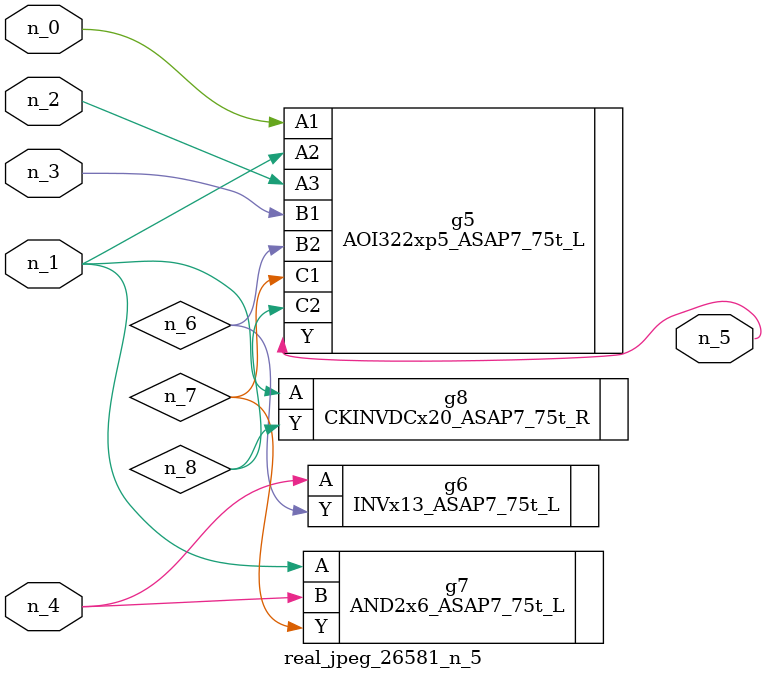
<source format=v>
module real_jpeg_26581_n_5 (n_4, n_0, n_1, n_2, n_3, n_5);

input n_4;
input n_0;
input n_1;
input n_2;
input n_3;

output n_5;

wire n_8;
wire n_6;
wire n_7;

AOI322xp5_ASAP7_75t_L g5 ( 
.A1(n_0),
.A2(n_1),
.A3(n_2),
.B1(n_3),
.B2(n_6),
.C1(n_7),
.C2(n_8),
.Y(n_5)
);

AND2x6_ASAP7_75t_L g7 ( 
.A(n_1),
.B(n_4),
.Y(n_7)
);

CKINVDCx20_ASAP7_75t_R g8 ( 
.A(n_1),
.Y(n_8)
);

INVx13_ASAP7_75t_L g6 ( 
.A(n_4),
.Y(n_6)
);


endmodule
</source>
